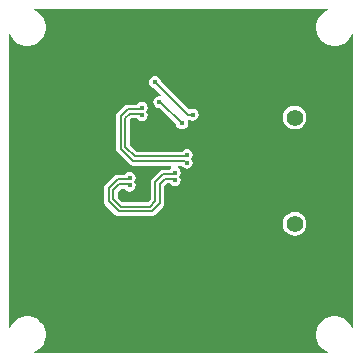
<source format=gbl>
G04*
G04 #@! TF.GenerationSoftware,Altium Limited,Altium Designer,19.1.1 (5)*
G04*
G04 Layer_Physical_Order=2*
G04 Layer_Color=16711680*
%FSLAX44Y44*%
%MOMM*%
G71*
G01*
G75*
%ADD12C,0.2000*%
%ADD28C,0.1500*%
%ADD30C,1.4001*%
%ADD31C,0.4000*%
G36*
X274715Y294652D02*
X272908Y293903D01*
X272658Y293736D01*
X272380Y293621D01*
X270332Y292253D01*
X270119Y292040D01*
X269869Y291872D01*
X268128Y290131D01*
X267960Y289881D01*
X267747Y289668D01*
X266379Y287620D01*
X266264Y287342D01*
X266097Y287092D01*
X265154Y284817D01*
X265096Y284521D01*
X264980Y284243D01*
X264500Y281828D01*
Y281527D01*
X264441Y281231D01*
Y278769D01*
X264500Y278473D01*
Y278172D01*
X264980Y275757D01*
X265096Y275479D01*
X265154Y275183D01*
X266097Y272908D01*
X266264Y272658D01*
X266379Y272380D01*
X267747Y270332D01*
X267960Y270119D01*
X268128Y269869D01*
X269869Y268128D01*
X270119Y267960D01*
X270332Y267747D01*
X272380Y266379D01*
X272658Y266264D01*
X272908Y266097D01*
X275183Y265154D01*
X275479Y265096D01*
X275757Y264980D01*
X278172Y264500D01*
X278473D01*
X278769Y264441D01*
X281231D01*
X281527Y264500D01*
X281828D01*
X284243Y264980D01*
X284521Y265096D01*
X284817Y265154D01*
X287092Y266097D01*
X287342Y266264D01*
X287620Y266379D01*
X289668Y267747D01*
X289881Y267960D01*
X290131Y268128D01*
X291872Y269869D01*
X292040Y270119D01*
X292253Y270332D01*
X293621Y272380D01*
X293736Y272658D01*
X293903Y272908D01*
X294652Y274715D01*
X295922Y274463D01*
Y25537D01*
X294652Y25285D01*
X293903Y27092D01*
X293736Y27342D01*
X293621Y27620D01*
X292253Y29668D01*
X292040Y29881D01*
X291872Y30131D01*
X290131Y31872D01*
X289881Y32040D01*
X289668Y32253D01*
X287620Y33621D01*
X287342Y33736D01*
X287092Y33903D01*
X284817Y34846D01*
X284521Y34904D01*
X284243Y35020D01*
X281828Y35500D01*
X281527D01*
X281231Y35559D01*
X278769D01*
X278473Y35500D01*
X278172D01*
X275757Y35020D01*
X275479Y34904D01*
X275183Y34846D01*
X272908Y33903D01*
X272658Y33736D01*
X272380Y33621D01*
X270332Y32253D01*
X270119Y32040D01*
X269869Y31872D01*
X268128Y30131D01*
X267960Y29881D01*
X267747Y29668D01*
X266379Y27620D01*
X266264Y27342D01*
X266097Y27092D01*
X265154Y24817D01*
X265096Y24521D01*
X264980Y24243D01*
X264500Y21828D01*
Y21527D01*
X264441Y21231D01*
Y18769D01*
X264500Y18473D01*
Y18172D01*
X264980Y15757D01*
X265096Y15479D01*
X265154Y15183D01*
X266097Y12909D01*
X266264Y12658D01*
X266379Y12380D01*
X267747Y10332D01*
X267960Y10119D01*
X268128Y9869D01*
X269869Y8128D01*
X270119Y7960D01*
X270332Y7747D01*
X272380Y6379D01*
X272658Y6264D01*
X272908Y6097D01*
X274715Y5348D01*
X274463Y4078D01*
X25537D01*
X25285Y5348D01*
X27092Y6097D01*
X27342Y6264D01*
X27620Y6379D01*
X29668Y7747D01*
X29881Y7960D01*
X30131Y8128D01*
X31872Y9869D01*
X32040Y10119D01*
X32253Y10332D01*
X33621Y12380D01*
X33736Y12658D01*
X33903Y12909D01*
X34846Y15183D01*
X34904Y15479D01*
X35020Y15757D01*
X35500Y18172D01*
Y18473D01*
X35559Y18769D01*
Y21231D01*
X35500Y21527D01*
Y21828D01*
X35020Y24243D01*
X34904Y24521D01*
X34846Y24817D01*
X33903Y27092D01*
X33736Y27342D01*
X33621Y27620D01*
X32253Y29668D01*
X32040Y29881D01*
X31872Y30131D01*
X30131Y31872D01*
X29881Y32040D01*
X29668Y32253D01*
X27620Y33621D01*
X27342Y33736D01*
X27092Y33903D01*
X24817Y34846D01*
X24521Y34904D01*
X24243Y35020D01*
X21828Y35500D01*
X21527D01*
X21231Y35559D01*
X18769D01*
X18473Y35500D01*
X18172D01*
X15757Y35020D01*
X15479Y34904D01*
X15183Y34846D01*
X12909Y33903D01*
X12658Y33736D01*
X12380Y33621D01*
X10332Y32253D01*
X10119Y32040D01*
X9869Y31872D01*
X8128Y30131D01*
X7960Y29881D01*
X7747Y29668D01*
X6379Y27620D01*
X6264Y27342D01*
X6097Y27092D01*
X5348Y25285D01*
X4078Y25537D01*
X4078Y274463D01*
X5348Y274715D01*
X6097Y272908D01*
X6264Y272658D01*
X6379Y272380D01*
X7747Y270332D01*
X7960Y270119D01*
X8128Y269869D01*
X9869Y268128D01*
X10119Y267960D01*
X10332Y267747D01*
X12380Y266379D01*
X12658Y266264D01*
X12909Y266097D01*
X15183Y265154D01*
X15479Y265096D01*
X15757Y264980D01*
X18172Y264500D01*
X18473D01*
X18769Y264441D01*
X21231D01*
X21527Y264500D01*
X21828D01*
X24243Y264980D01*
X24521Y265096D01*
X24817Y265154D01*
X27092Y266097D01*
X27342Y266264D01*
X27620Y266379D01*
X29668Y267747D01*
X29881Y267960D01*
X30131Y268128D01*
X31872Y269869D01*
X32040Y270119D01*
X32253Y270332D01*
X33621Y272380D01*
X33736Y272658D01*
X33903Y272908D01*
X34846Y275183D01*
X34904Y275479D01*
X35020Y275757D01*
X35500Y278172D01*
Y278473D01*
X35559Y278769D01*
Y281231D01*
X35500Y281527D01*
Y281828D01*
X35020Y284243D01*
X34904Y284521D01*
X34846Y284817D01*
X33903Y287092D01*
X33736Y287342D01*
X33621Y287620D01*
X32253Y289668D01*
X32040Y289881D01*
X31872Y290131D01*
X30131Y291872D01*
X29881Y292040D01*
X29668Y292253D01*
X27620Y293621D01*
X27342Y293736D01*
X27092Y293903D01*
X25285Y294652D01*
X25537Y295922D01*
X274463D01*
X274715Y294652D01*
D02*
G37*
%LPC*%
G36*
X128040Y238928D02*
X126089Y238540D01*
X124435Y237435D01*
X123330Y235781D01*
X122942Y233830D01*
X123330Y231879D01*
X124435Y230225D01*
X126089Y229120D01*
X127216Y228896D01*
X133204Y222908D01*
X132578Y221737D01*
X131622Y221928D01*
X129671Y221539D01*
X128017Y220434D01*
X126912Y218780D01*
X126524Y216830D01*
X126912Y214879D01*
X128017Y213225D01*
X129671Y212120D01*
X131622Y211732D01*
X132028Y211812D01*
X145927Y197914D01*
X146148Y196799D01*
X147254Y195145D01*
X148907Y194040D01*
X150858Y193652D01*
X152809Y194040D01*
X154463Y195145D01*
X155568Y196799D01*
X155956Y198750D01*
X155568Y200701D01*
X155413Y200933D01*
X156179Y202072D01*
X156915D01*
X157860Y201441D01*
X159811Y201053D01*
X161762Y201441D01*
X163416Y202546D01*
X164521Y204200D01*
X164909Y206151D01*
X164521Y208102D01*
X163416Y209755D01*
X161762Y210861D01*
X159811Y211249D01*
X157860Y210861D01*
X157217Y210430D01*
X132969Y234678D01*
X132750Y235781D01*
X131645Y237435D01*
X129991Y238540D01*
X128040Y238928D01*
D02*
G37*
G36*
X116840Y217198D02*
X114889Y216810D01*
X113235Y215705D01*
X112546Y214673D01*
X104806D01*
X103343Y214382D01*
X102103Y213554D01*
X96126Y207577D01*
X95298Y206337D01*
X95007Y204873D01*
Y177397D01*
X95298Y175933D01*
X96126Y174693D01*
X106793Y164026D01*
X108034Y163198D01*
X109497Y162907D01*
X141763D01*
X141950Y162670D01*
X141678Y160961D01*
X141175Y160625D01*
X140486Y159593D01*
X134668D01*
X133204Y159302D01*
X131964Y158474D01*
X125337Y151846D01*
X124508Y150606D01*
X124217Y149143D01*
Y134384D01*
X121926Y132093D01*
X100414D01*
X96533Y135974D01*
Y140656D01*
X99523Y143646D01*
X102186D01*
X102875Y142614D01*
X104529Y141509D01*
X106480Y141121D01*
X108431Y141509D01*
X110085Y142614D01*
X111190Y144268D01*
X111578Y146219D01*
X111190Y148170D01*
X110308Y149489D01*
X111190Y150808D01*
X111578Y152759D01*
X111190Y154710D01*
X110085Y156364D01*
X108431Y157469D01*
X106480Y157857D01*
X104529Y157469D01*
X102875Y156364D01*
X102186Y155333D01*
X96266D01*
X94803Y155042D01*
X93562Y154213D01*
X85967Y146617D01*
X85138Y145377D01*
X84847Y143913D01*
Y132717D01*
X85138Y131253D01*
X85967Y130013D01*
X94453Y121526D01*
X95694Y120698D01*
X97157Y120407D01*
X125183D01*
X126646Y120698D01*
X127887Y121526D01*
X134784Y128423D01*
X135612Y129663D01*
X135904Y131127D01*
Y145885D01*
X137925Y147907D01*
X140486D01*
X141175Y146875D01*
X142829Y145770D01*
X144780Y145382D01*
X146731Y145770D01*
X148385Y146875D01*
X149490Y148529D01*
X149878Y150480D01*
X149490Y152431D01*
X148609Y153750D01*
X149490Y155069D01*
X149878Y157020D01*
X149490Y158971D01*
X148385Y160625D01*
X147882Y160961D01*
X147611Y162670D01*
X147797Y162907D01*
X150646D01*
X151335Y161875D01*
X152989Y160770D01*
X154940Y160382D01*
X156891Y160770D01*
X158545Y161875D01*
X159650Y163529D01*
X160038Y165480D01*
X159650Y167431D01*
X158769Y168750D01*
X159650Y170069D01*
X160038Y172020D01*
X159650Y173971D01*
X158545Y175625D01*
X156891Y176730D01*
X154940Y177118D01*
X152989Y176730D01*
X151335Y175625D01*
X150646Y174593D01*
X112754D01*
X106693Y180654D01*
Y201616D01*
X108064Y202987D01*
X112546D01*
X113235Y201955D01*
X114889Y200850D01*
X116840Y200462D01*
X118791Y200850D01*
X120445Y201955D01*
X121550Y203609D01*
X121938Y205560D01*
X121550Y207511D01*
X120668Y208830D01*
X121550Y210149D01*
X121938Y212100D01*
X121550Y214051D01*
X120445Y215705D01*
X118791Y216810D01*
X116840Y217198D01*
D02*
G37*
G36*
X246159Y213838D02*
X243548Y213494D01*
X241116Y212486D01*
X239027Y210883D01*
X237424Y208794D01*
X236416Y206362D01*
X236073Y203751D01*
X236416Y201141D01*
X237424Y198708D01*
X239027Y196619D01*
X241116Y195016D01*
X243548Y194008D01*
X246159Y193665D01*
X248770Y194008D01*
X251202Y195016D01*
X253291Y196619D01*
X254894Y198708D01*
X255902Y201141D01*
X256245Y203751D01*
X255902Y206362D01*
X254894Y208794D01*
X253291Y210883D01*
X251202Y212486D01*
X248770Y213494D01*
X246159Y213838D01*
D02*
G37*
G36*
Y123835D02*
X243548Y123492D01*
X241116Y122484D01*
X239027Y120881D01*
X237424Y118792D01*
X236416Y116359D01*
X236073Y113749D01*
X236416Y111138D01*
X237424Y108706D01*
X239027Y106617D01*
X241116Y105014D01*
X243548Y104006D01*
X246159Y103662D01*
X248770Y104006D01*
X251202Y105014D01*
X253291Y106617D01*
X254894Y108706D01*
X255902Y111138D01*
X256245Y113749D01*
X255902Y116359D01*
X254894Y118792D01*
X253291Y120881D01*
X251202Y122484D01*
X248770Y123492D01*
X246159Y123835D01*
D02*
G37*
%LPD*%
D12*
X131622Y216830D02*
X132004Y216447D01*
X133161D01*
X150858Y198750D01*
X128050Y233830D02*
X155729Y206151D01*
X159811D01*
X128040Y233830D02*
X128050D01*
D28*
X105803Y152759D02*
X106480D01*
X104553Y151509D02*
X105803Y152759D01*
X96266Y151509D02*
X104553D01*
X88670Y132717D02*
X97157Y124230D01*
X88670Y143913D02*
X96266Y151509D01*
X97157Y124230D02*
X114704D01*
X88670Y132717D02*
Y143913D01*
X105803Y146219D02*
X106480D01*
X97939Y147469D02*
X104553D01*
X105803Y146219D01*
X92710Y134390D02*
X98830Y128270D01*
X92710Y142240D02*
X97939Y147469D01*
X92710Y134390D02*
Y142240D01*
X114704Y124230D02*
X125183D01*
X98830Y128270D02*
X123510D01*
X132080Y131127D02*
Y147469D01*
X125183Y124230D02*
X132080Y131127D01*
X128040Y132800D02*
Y149143D01*
X123510Y128270D02*
X128040Y132800D01*
X144103Y150480D02*
X144780D01*
X142853Y151730D02*
X144103Y150480D01*
X136341Y151730D02*
X142853D01*
X132080Y147469D02*
X136341Y151730D01*
X144103Y157020D02*
X144780D01*
X142854Y155770D02*
X144103Y157020D01*
X134668Y155770D02*
X142854D01*
X128040Y149143D02*
X134668Y155770D01*
X153014Y170770D02*
X154263Y172020D01*
X111170Y170770D02*
X153014D01*
X102870Y179070D02*
X111170Y170770D01*
X116164Y205560D02*
X116840D01*
X154263Y172020D02*
X154940D01*
X114914Y206810D02*
X116164Y205560D01*
X106480Y206810D02*
X114914D01*
X102870Y203200D02*
X106480Y206810D01*
X102870Y179070D02*
Y203200D01*
X109497Y166730D02*
X153013D01*
X154263Y165480D01*
X98830Y177397D02*
X109497Y166730D01*
X154263Y165480D02*
X154940D01*
X116164Y212100D02*
X116840D01*
X114914Y210850D02*
X116164Y212100D01*
X104806Y210850D02*
X114914D01*
X98830Y204873D02*
X104806Y210850D01*
X98830Y177397D02*
Y204873D01*
D30*
X246159Y113749D02*
D03*
Y203751D02*
D03*
D31*
X167640Y246250D02*
D03*
X176328Y235849D02*
D03*
X157460D02*
D03*
X39188Y288223D02*
D03*
X51449D02*
D03*
X82368D02*
D03*
X94629D02*
D03*
X226277D02*
D03*
X238538D02*
D03*
X186251Y288839D02*
D03*
X131622Y216830D02*
D03*
X150858Y198750D02*
D03*
X159811Y206151D02*
D03*
X128040Y233830D02*
D03*
X212844Y168750D02*
D03*
X159230Y190550D02*
D03*
X208280Y200462D02*
D03*
X212844Y153830D02*
D03*
Y123835D02*
D03*
X167640Y14079D02*
D03*
X153013D02*
D03*
X136341D02*
D03*
X120650D02*
D03*
X106480D02*
D03*
X173990Y288839D02*
D03*
X106480Y152759D02*
D03*
Y146219D02*
D03*
X144780Y157020D02*
D03*
Y150480D02*
D03*
X116840Y205560D02*
D03*
X154940Y172020D02*
D03*
X116840Y212100D02*
D03*
X154940Y165480D02*
D03*
M02*

</source>
